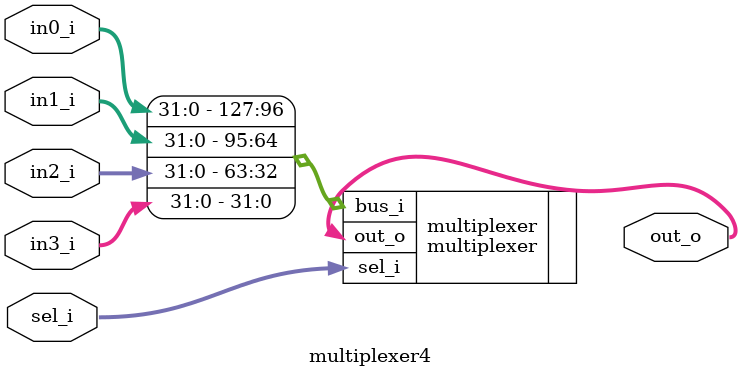
<source format=sv>
module multiplexer4 #(
    parameter WIDTH = 32
) (
    input  [WIDTH-1:0] in0_i,
    input  [WIDTH-1:0] in1_i,
    input  [WIDTH-1:0] in2_i,
    input  [WIDTH-1:0] in3_i,
    input  [      1:0] sel_i,
    output [WIDTH-1:0] out_o
);

  multiplexer #(
      .WIDTH(WIDTH),
      .CHANNELS(4)
  ) multiplexer (
      .bus_i({in0_i, in1_i, in2_i, in3_i}),
      .sel_i(sel_i),
      .out_o(out_o)
  );

endmodule

</source>
